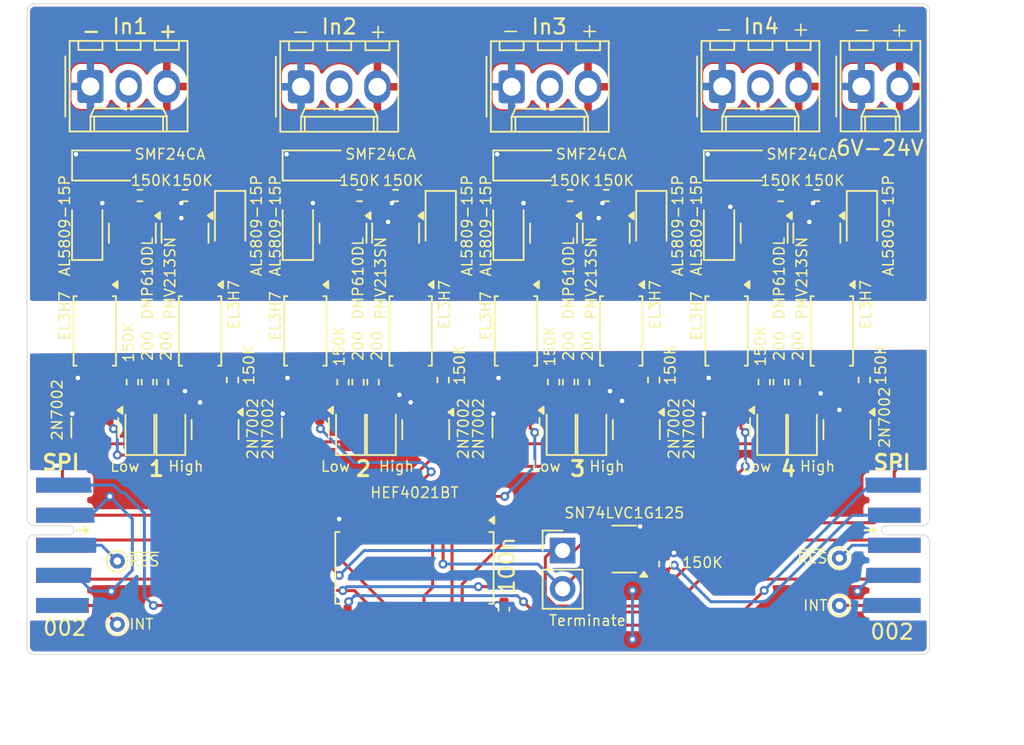
<source format=kicad_pcb>
(kicad_pcb (version 20241010) (generator "pcbnew") (generator_version "8.99")
  (layers (0 "F.Cu" signal) (2 "B.Cu" signal) (13 "F.Paste" user) (15 "B.Paste" user) (5 "F.SilkS" user "F.Silkscreen") (7 "B.SilkS" user "B.Silkscreen") (1 "F.Mask" user) (3 "B.Mask" user) (25 "Edge.Cuts" user))
  (net 0 "")
  (net 1 "GNDA")
  (net 2 "Net-(D3-A)")
  (net 3 "Net-(D3-K)")
  (net 4 "Net-(Q1-D)")
  (net 5 "VDDA")
  (net 6 "GND")
  (net 7 "+3V3")
  (net 8 "Net-(D2-K)")
  (net 9 "Net-(D5-K)")
  (net 10 "Net-(D5-A)")
  (net 11 "Net-(D6-K)")
  (net 12 "Net-(D6-A)")
  (net 13 "Net-(D8-K)")
  (net 14 "Net-(D8-A)")
  (net 15 "Net-(D9-K)")
  (net 16 "Net-(D9-A)")
  (net 17 "Net-(D11-A)")
  (net 18 "Net-(D11-K)")
  (net 19 "Net-(D12-A)")
  (net 20 "Net-(D12-K)")
  (net 21 "/4xInput/~{CS}")
  (net 22 "/4xInput/MOSI")
  (net 23 "/4xInput/CLK")
  (net 24 "Net-(D2-A)")
  (net 25 "Net-(Q5-D)")
  (net 26 "Net-(Q6-D)")
  (net 27 "Net-(Q9-D)")
  (net 28 "Net-(Q10-D)")
  (net 29 "Net-(Q13-D)")
  (net 30 "Net-(Q14-D)")
  (net 31 "Net-(Q2-D)")
  (net 32 "Net-(U1-A)")
  (net 33 "Net-(U5-VB)")
  (net 34 "Net-(U6-VA)")
  (net 35 "Net-(U11-A)")
  (net 36 "Net-(U10-VA)")
  (net 37 "Net-(U13-VB)")
  (net 38 "Net-(U14-VA)")
  (net 41 "Net-(U3-VA)")
  (net 42 "/upstream_miso")
  (net 43 "/downstream_mosi")
  (net 44 "/downstream_status")
  (net 45 "/4xInput/isolated_input/In")
  (net 46 "/4xInput/isolated_input1/In")
  (net 47 "/4xInput/isolated_input2/In")
  (net 48 "/4xInput/isolated_input3/In")
  (net 50 "/4xInput/isolated_input/OutLow")
  (net 51 "/4xInput/isolated_input/OutHigh")
  (net 52 "/4xInput/isolated_input1/OutHigh")
  (net 53 "/4xInput/isolated_input1/OutLow")
  (net 54 "/4xInput/isolated_input2/OutHigh")
  (net 55 "/4xInput/isolated_input2/OutLow")
  (net 56 "/4xInput/isolated_input3/OutHigh")
  (net 57 "/4xInput/isolated_input3/OutLow")
  (net 58 "Net-(J1-INT)")
  (net 59 "Net-(J1-~{RESET})")
  (net 60 "Net-(J2-INT)")
  (net 62 "Net-(J2-~{RESET})")
  (footprint "Diode_SMD:D_SOD-123F" (layer "F.Cu") (at 180.2 45.5)
    (property "Reference" "D10" (hide yes))
    (property "Value" "SMF24CA")
  )
  (footprint "Connector_PinHeader_2.54mm:PinHeader_1x02_P2.54mm_Vertical" (layer "F.Cu") (at 168.6 71.1)
    (property "Reference" "JP1" (hide yes))
    (property "Value" "Terminate")
  )
  (footprint "TestPoint:TestPoint_THTPad_D1.0mm_Drill0.5mm" (layer "F.Cu") (at 139 71.8)
    (property "Reference" "TP2" (hide yes))
    (property "Value" "~{RES}")
  )
  (footprint "Package_TO_SOT_SMD:SOT-23" (layer "F.Cu") (at 179.5 62.9375 -90)
    (property "Reference" "Q16" (hide yes))
    (property "Value" "2N7002")
  )
  (footprint "Resistor_SMD:R_0402_1005Metric_Pad0.72x0.64mm_HandSolder" (layer "F.Cu") (at 154 59.9025 -90)
    (property "Reference" "R10" (hide yes))
    (property "Value" "150K")
  )
  (footprint "Connector_Molex:Molex_KK-254_AE-6410-03A_1x03_P2.54mm_Vertical" (layer "F.Cu") (at 137.21 40.25)
    (property "Reference" "J3" (hide yes))
    (property "Value" "In1")
  )
  (footprint "put_on_edge:on_edge_2x05_host" (layer "F.Cu") (at 193 66.75 -90)
    (property "Reference" "J2" (hide yes))
    (property "Value" "002")
    (fp_line (start 3.3 2.9) (end 3.3 0.5) (stroke (width 0.05)) (layer "Edge.Cuts"))
    (fp_line (start 2.7 0.5) (end 2.7 2.9) (stroke (width 0.05)) (layer "Edge.Cuts"))
    (fp_line (start 0 0) (end 2.2 0) (stroke (width 0.05)) (layer "Edge.Cuts"))
    (fp_line (start 3.8 0) (end 8 0) (stroke (width 0.05)) (layer "Edge.Cuts"))
    (fp_arc (start 3.3 2.9) (mid 3 3.2) (end 2.7 2.9) (stroke (width 0.05)) (layer "Edge.Cuts"))
    (fp_arc (start 3.3 0.5) (mid 3.446447 0.146447) (end 3.8 0) (stroke (width 0.05)) (layer "Edge.Cuts"))
    (fp_arc (start 2.2 0) (mid 2.553553 0.146447) (end 2.7 0.5) (stroke (width 0.05)) (layer "Edge.Cuts"))
  )
  (footprint "Connector_Molex:Molex_KK-254_AE-6410-02A_1x02_P2.54mm_Vertical" (layer "F.Cu") (at 188.46 40.25)
    (property "Reference" "J7" (hide yes))
    (property "Value" "6V-24V")
  )
  (footprint "Package_TO_SOT_SMD:SOT-23" (layer "F.Cu") (at 154 50 -90)
    (property "Reference" "Q6" (hide yes))
    (property "Value" "DMP610DL")
  )
  (footprint "Resistor_SMD:R_0402_1005Metric_Pad0.72x0.64mm_HandSolder" (layer "F.Cu") (at 155 59.9025 -90)
    (property "Reference" "R12" (hide yes))
    (property "Value" "200")
  )
  (footprint "Diode_SMD:D_PowerDI-123" (layer "F.Cu") (at 165 49.475 90)
    (property "Reference" "U10" (hide yes))
    (property "Value" "AL5809-15P")
  )
  (footprint "Package_TO_SOT_SMD:SOT-23" (layer "F.Cu") (at 137.5 62.9375 -90)
    (property "Reference" "Q3" (hide yes))
    (property "Value" "2N7002")
  )
  (footprint "Package_SO:SSOP-4_4.4x2.6mm_P1.27mm" (layer "F.Cu") (at 151.5 56.5 -90)
    (property "Reference" "U8" (hide yes))
    (property "Value" "EL3H7")
  )
  (footprint "Package_TO_SOT_SMD:SOT-23" (layer "F.Cu") (at 185.5 50 -90)
    (property "Reference" "Q13" (hide yes))
    (property "Value" "PMV213SN")
  )
  (footprint "Diode_SMD:D_PowerDI-123" (layer "F.Cu") (at 160.5 49.5 -90)
    (property "Reference" "U5" (hide yes))
    (property "Value" "AL5809-15P")
  )
  (footprint "Package_SO:SSOP-4_4.4x2.6mm_P1.27mm" (layer "F.Cu") (at 186.5 56.5 -90)
    (property "Reference" "U15" (hide yes))
    (property "Value" "EL3H7")
  )
  (footprint "Diode_SMD:D_SOD-123F" (layer "F.Cu") (at 166.2 45.5)
    (property "Reference" "D7" (hide yes))
    (property "Value" "SMF24CA")
  )
  (footprint "Resistor_SMD:R_0402_1005Metric_Pad0.72x0.64mm_HandSolder" (layer "F.Cu") (at 140.5 47.5)
    (property "Reference" "R1" (hide yes))
    (property "Value" "150K")
  )
  (footprint "Resistor_SMD:R_0402_1005Metric_Pad0.72x0.64mm_HandSolder" (layer "F.Cu") (at 141 59.9025 -90)
    (property "Reference" "R6" (hide yes))
    (property "Value" "200")
  )
  (footprint "LED_SMD:LED_0805_2012Metric" (layer "F.Cu") (at 170.548217 63.065853 90)
    (property "Reference" "D8" (hide yes))
    (property "Value" "KT-0805G (emerald) Vf=2.8V" (hide yes))
  )
  (footprint "Package_TO_SOT_SMD:SOT-23" (layer "F.Cu") (at 151.5 62.9375 -90)
    (property "Reference" "Q8" (hide yes))
    (property "Value" "2N7002")
  )
  (footprint "Package_SO:SSOP-4_4.4x2.6mm_P1.27mm" (layer "F.Cu") (at 172.5 56.5 -90)
    (property "Reference" "U11" (hide yes))
    (property "Value" "EL3H7")
  )
  (footprint "Package_SO:SSOP-4_4.4x2.6mm_P1.27mm" (layer "F.Cu") (at 144.5 56.5 -90)
    (property "Reference" "U1" (hide yes))
    (property "Value" "EL3H7")
  )
  (footprint "LED_SMD:LED_0805_2012Metric" (layer "F.Cu") (at 182.5 63.0625 90)
    (property "Reference" "D12" (hide yes))
    (property "Value" "KT-0805Y (orange-red) Vf=2.0V" (hide yes))
  )
  (footprint "Resistor_SMD:R_0402_1005Metric_Pad0.72x0.64mm_HandSolder" (layer "F.Cu") (at 156 59.9025 -90)
    (property "Reference" "R11" (hide yes))
    (property "Value" "200")
  )
  (footprint "Resistor_SMD:R_0402_1005Metric_Pad0.72x0.64mm_HandSolder" (layer "F.Cu") (at 143.5 47.5 180)
    (property "Reference" "R2" (hide yes))
    (property "Value" "150K")
  )
  (footprint "TestPoint:TestPoint_THTPad_D1.0mm_Drill0.5mm" (layer "F.Cu") (at 139 76)
    (property "Reference" "TP1" (hide yes))
    (property "Value" "INT")
  )
  (footprint "TestPoint:TestPoint_THTPad_D1.0mm_Drill0.5mm" (layer "F.Cu") (at 187 74.75)
    (property "Reference" "TP3" (hide yes))
    (property "Value" "INT")
  )
  (footprint "Capacitor_SMD:C_0402_1005Metric" (layer "F.Cu") (at 164.7 75 90)
    (property "Reference" "C1" (hide yes))
    (property "Value" "100n")
  )
  (footprint "Resistor_SMD:R_0402_1005Metric_Pad0.72x0.64mm_HandSolder" (layer "F.Cu") (at 142 59.9025 -90)
    (property "Reference" "R5" (hide yes))
    (property "Value" "200")
  )
  (footprint "Package_SO:SOIC-16_4.55x10.3mm_P1.27mm" (layer "F.Cu") (at 158.75 72.25 -90)
    (property "Reference" "U17" (hide yes))
    (property "Value" "HEF4021BT")
  )
  (footprint "Package_SO:SSOP-4_4.4x2.6mm_P1.27mm" (layer "F.Cu") (at 179.5 56.5 -90)
    (property "Reference" "U16" (hide yes))
    (property "Value" "EL3H7")
  )
  (footprint "Connector_Molex:Molex_KK-254_AE-6410-03A_1x03_P2.54mm_Vertical" (layer "F.Cu") (at 179.21 40.25)
    (property "Reference" "J6" (hide yes))
    (property "Value" "In4")
  )
  (footprint "LED_SMD:LED_0805_2012Metric" (layer "F.Cu") (at 140.5 63.0625 90)
    (property "Reference" "D2" (hide yes))
    (property "Value" "KT-0805Y (orange-red) Vf=2.0V")
  )
  (footprint "Resistor_SMD:R_0402_1005Metric_Pad0.72x0.64mm_HandSolder" (layer "F.Cu") (at 183.1 47.5)
    (property "Reference" "R19" (hide yes))
    (property "Value" "150K")
  )
  (footprint "Resistor_SMD:R_0402_1005Metric_Pad0.72x0.64mm_HandSolder" (layer "F.Cu") (at 160.657266 59.762111 -90)
    (property "Reference" "R9" (hide yes))
    (property "Value" "150K")
  )
  (footprint "Package_SO:SSOP-4_4.4x2.6mm_P1.27mm" (layer "F.Cu") (at 158.5 56.5 -90)
    (property "Reference" "U7" (hide yes))
    (property "Value" "EL3H7")
  )
  (footprint "Resistor_SMD:R_0402_1005Metric_Pad0.72x0.64mm_HandSolder" (layer "F.Cu") (at 183 59.9025 -90)
    (property "Reference" "R24" (hide yes))
    (property "Value" "200")
  )
  (footprint "Package_SO:SSOP-4_4.4x2.6mm_P1.27mm" (layer "F.Cu") (at 165.5 56.5 -90)
    (property "Reference" "U12" (hide yes))
    (property "Value" "EL3H7")
  )
  (footprint "TestPoint:TestPoint_THTPad_D1.0mm_Drill0.5mm" (layer "F.Cu") (at 187 71.6)
    (property "Reference" "TP4" (hide yes))
    (property "Value" "~{RES}")
  )
  (footprint "LED_SMD:LED_0805_2012Metric" (layer "F.Cu") (at 156.552579 63.0625 90)
    (property "Reference" "D5" (hide yes))
    (property "Value" "KT-0805G (emerald) Vf=2.8V" (hide yes))
  )
  (footprint "LED_SMD:LED_0805_2012Metric" (layer "F.Cu") (at 154.5 63.0625 90)
    (property "Reference" "D6" (hide yes))
    (property "Value" "KT-0805Y (orange-red) Vf=2.0V" (hide yes))
  )
  (footprint "Resistor_SMD:R_0402_1005Metric_Pad0.72x0.64mm_HandSolder" (layer "F.Cu") (at 169 59.9025 -90)
    (property "Reference" "R18" (hide yes))
    (property "Value" "200")
  )
  (footprint "put_on_edge:on_edge_2x05_device" (layer "F.Cu") (at 133 66.75 -90)
    (property "Reference" "J1" (hide yes))
    (property "Value" "002")
    (fp_line (start 0 0) (end 2.2 0) (stroke (width 0.05)) (layer "Edge.Cuts"))
    (fp_line (start 3.8 0) (end 8 0) (stroke (width 0.05)) (layer "Edge.Cuts"))
    (fp_line (start 3.3 -0.5) (end 3.3 -2.8) (stroke (width 0.05)) (layer "Edge.Cuts"))
    (fp_line (start 2.7 -2.8) (end 2.7 -0.5) (stroke (width 0.05)) (layer "Edge.Cuts"))
    (fp_arc (start 3.8 0) (mid 3.446447 -0.146447) (end 3.3 -0.5) (stroke (width 0.05)) (layer "Edge.Cuts"))
    (fp_arc (start 2.7 -0.5) (mid 2.553553 -0.146447) (end 2.2 0) (stroke (width 0.05)) (layer "Edge.Cuts"))
    (fp_arc (start 2.7 -2.8) (mid 3 -3.1) (end 3.3 -2.8) (stroke (width 0.05)) (layer "Edge.Cuts"))
  )
  (footprint "Resistor_SMD:R_0402_1005Metric_Pad0.72x0.64mm_HandSolder" (layer "F.Cu") (at 171.5 47.5 180)
    (property "Reference" "R14" (hide yes))
    (property "Value" "150K")
  )
  (footprint "Package_TO_SOT_SMD:SOT-23" (layer "F.Cu") (at 159.5 63.0625 -90)
    (property "Reference" "Q7" (hide yes))
    (property "Value" "2N7002")
  )
  (footprint "Package_TO_SOT_SMD:SOT-23" (layer "F.Cu") (at 145.5 63.0625 -90)
    (property "Reference" "Q4" (hide yes))
    (property "Value" "2N7002")
  )
  (footprint "Connector_Molex:Molex_KK-254_AE-6410-03A_1x03_P2.54mm_Vertical" (layer "F.Cu") (at 151.21 40.27)
    (property "Reference" "J4" (hide yes))
    (property "Value" "In2")
  )
  (footprint "Diode_SMD:D_SOD-123F" (layer "F.Cu") (at 152.2 45.5)
    (property "Reference" "D4" (hide yes))
    (property "Value" "SMF24CA")
  )
  (footprint "Resistor_SMD:R_0402_1005Metric_Pad0.72x0.64mm_HandSolder" (layer "F.Cu") (at 146.657266 59.762111 -90)
    (property "Reference" "R3" (hide yes))
    (property "Value" "150K")
  )
  (footprint "Connector_Molex:Molex_KK-254_AE-6410-03A_1x03_P2.54mm_Vertical" (layer "F.Cu") (at 165.21 40.27)
    (property "Reference" "J5" (hide yes))
    (property "Value" "In3")
  )
  (footprint "Diode_SMD:D_PowerDI-123" (layer "F.Cu") (at 179 49.475 90)
    (property "Reference" "U14" (hide yes))
    (property "Value" "AL5809-15P")
  )
  (footprint "Resistor_SMD:R_0402_1005Metric_Pad0.72x0.64mm_HandSolder" (layer "F.Cu") (at 174.657266 59.762111 -90)
    (property "Reference" "R15" (hide yes))
    (property "Value" "150K")
  )
  (footprint "Package_TO_SOT_SMD:SOT-23" (layer "F.Cu") (at 182 50 -90)
    (property "Reference" "Q14" (hide yes))
    (property "Value" "DMP610DL")
  )
  (footprint "Resistor_SMD:R_0402_1005Metric_Pad0.72x0.64mm_HandSolder" (layer "F.Cu") (at 169.1 47.5)
    (property "Reference" "R13" (hide yes))
    (property "Value" "150K")
  )
  (footprint "Resistor_SMD:R_0402_1005Metric_Pad0.72x0.64mm_HandSolder" (layer "F.Cu") (at 185.5 47.5 180)
    (property "Reference" "R20" (hide yes))
    (property "Value" "150K")
  )
  (footprint "LED_SMD:LED_0805_2012Metric" (layer "F.Cu") (at 142.559528 63.0625 90)
    (property "Reference" "D3" (hide yes))
    (property "Value" "KT-0805G (emerald) Vf=2.8V")
  )
  (footprint "Diode_SMD:D_SOD-123F" (layer "F.Cu") (at 138.2 45.5)
    (property "Reference" "D1" (hide yes))
    (property "Value" "SMF24CA")
  )
  (footprint "Package_TO_SOT_SMD:SOT-23" (layer "F.Cu") (at 173.5 63.0625 -90)
    (property "Reference" "Q11" (hide yes))
    (property "Value" "2N7002")
  )
  (footprint "Package_TO_SOT_SMD:SOT-23" (layer "F.Cu") (at 171.5 50 -90)
    (property "Reference" "Q9" (hide yes))
    (property "Value" "PMV213SN")
  )
  (footprint "Diode_SMD:D_PowerDI-123" (layer "F.Cu") (at 174.5 49.5 -90)
    (property "Reference" "U9" (hide yes))
    (property "Value" "AL5809-15P")
  )
  (footprint "LED_SMD:LED_0805_2012Metric" (layer "F.Cu") (at 184.544206 63.068815 90)
    (property "Reference" "D11" (hide yes))
    (property "Value" "KT-0805G (emerald) Vf=2.8V" (hide yes))
  )
  (footprint "Diode_SMD:D_PowerDI-123" (layer "F.Cu") (at 137 49.475 90)
    (property "Reference" "U3" (hide yes))
    (property "Value" "AL5809-15P")
  )
  (footprint "Package_TO_SOT_SMD:SOT-23" (layer "F.Cu") (at 168 50 -90)
    (property "Reference" "Q10" (hide yes))
    (property "Value" "DMP610DL")
  )
  (footprint "Diode_SMD:D_PowerDI-123" (layer "F.Cu") (at 151 49.475 90)
    (property "Reference" "U6" (hide yes))
    (property "Value" "AL5809-15P")
  )
  (footprint "Resistor_SMD:R_0402_1005Metric_Pad0.72x0.64mm_HandSolder" (layer "F.Cu") (at 170 59.9025 -90)
    (property "Reference" "R17" (hide yes))
    (property "Value" "200")
  )
  (footprint "Package_TO_SOT_SMD:SOT-23" (layer "F.Cu") (at 165.5 62.9375 -90)
    (property "Reference" "Q12" (hide yes))
    (property "Value" "2N7002")
  )
  (footprint "Resistor_SMD:R_0402_1005Metric_Pad0.72x0.64mm_HandSolder" (layer "F.Cu") (at 184 59.9025 -90)
    (property "Reference" "R23" (hide yes))
    (property "Value" "200")
  )
  (footprint "Resistor_SMD:R_0402_1005Metric_Pad0.72x0.64mm_HandSolder" (layer "F.Cu") (at 168 59.9025 -90)
    (property "Reference" "R16" (hide yes))
    (property "Value" "150K")
  )
  (footprint "Resistor_SMD:R_0402_1005Metric_Pad0.72x0.64mm_HandSolder" (layer "F.Cu") (at 175.4 72 90)
    (property "Reference" "R25" (hide yes))
    (property "Value" "150K")
  )
  (footprint "Package_TO_SOT_SMD:SOT-23" (layer "F.Cu") (at 157.5 50 -90)
    (property "Reference" "Q5" (hide yes))
    (property "Value" "PMV213SN")
  )
  (footprint "Resistor_SMD:R_0402_1005Metric_Pad0.72x0.64mm_HandSolder" (layer "F.Cu") (at 188.657266 59.762111 -90)
    (property "Reference" "R21" (hide yes))
    (property "Value" "150K")
  )
  (footprint "Resistor_SMD:R_0402_1005Metric_Pad0.72x0.64mm_HandSolder" (layer "F.Cu") (at 157.5 47.5 180)
    (property "Reference" "R8" (hide yes))
    (property "Value" "150K")
  )
  (footprint "Resistor_SMD:R_0402_1005Metric_Pad0.72x0.64mm_HandSolder" (layer "F.Cu") (at 140 59.9025 -90)
    (property "Reference" "R4" (hide yes))
    (property "Value" "150K")
  )
  (footprint "Diode_SMD:D_PowerDI-123" (layer "F.Cu") (at 188.5 49.5 -90)
    (property "Reference" "U13" (hide yes))
    (property "Value" "AL5809-15P")
  )
  (footprint "Package_TO_SOT_SMD:SOT-23" (layer "F.Cu") (at 140 50 -90)
    (property "Reference" "Q2" (hide yes))
    (property "Value" "DMP610DL")
  )
  (footprint "Package_TO_SOT_SMD:SOT-23" (layer "F.Cu") (at 143.5 50 -90)
    (property "Reference" "Q1" (hide yes))
    (property "Value" "PMV213SN")
  )
  (footprint "Package_TO_SOT_SMD:SOT-23-5" (layer "F.Cu") (at 172.7 71 180)
    (property "Reference" "U18" (hide yes))
    (property "Value" "SN74LVC1G125")
  )
  (footprint "LED_SMD:LED_0805_2012Metric" (layer "F.Cu") (at 168.5 63.0625 90)
    (property "Reference" "D9" (hide yes))
    (property "Value" "KT-0805Y (orange-red) Vf=2.0V" (hide yes))
  )
  (footprint "Diode_SMD:D_PowerDI-123" (layer "F.Cu") (at 146.5 49.5 -90)
    (property "Reference" "U2" (hide yes))
    (property "Value" "AL5809-15P")
  )
  (footprint "Resistor_SMD:R_0402_1005Metric_Pad0.72x0.64mm_HandSolder" (layer "F.Cu") (at 155.1 47.5)
    (property "Reference" "R7" (hide yes))
    (property "Value" "150K")
  )
  (footprint "Resistor_SMD:R_0402_1005Metric_Pad0.72x0.64mm_HandSolder" (layer "F.Cu") (at 182 59.9025 -90)
    (property "Reference" "R22" (hide yes))
    (property "Value" "150K")
  )
  (footprint "Package_SO:SSOP-4_4.4x2.6mm_P1.27mm" (layer "F.Cu") (at 137.5 56.5 -90)
    (property "Reference" "U4" (hide yes))
    (property "Value" "EL3H7")
  )
  (footprint "Package_TO_SOT_SMD:SOT-23" (layer "F.Cu") (at 187.5 63.0625 -90)
    (property "Reference" "Q15" (hide yes))
    (property "Value" "2N7002")
  )
  (gr_line (start 192.5 78) (end 133.5 78) (stroke (width 0.05)) (layer "Edge.Cuts"))
  (gr_line (start 133.5 34.75) (end 192.5 34.75) (stroke (width 0.05)) (layer "Edge.Cuts"))
  (gr_line (start 193 74.75) (end 193 77.5) (stroke (width 0.05)) (layer "Edge.Cuts"))
  (gr_line (start 133 77.5) (end 133 74.75) (stroke (width 0.05)) (layer "Edge.Cuts"))
  (gr_line (start 193 35.25) (end 193 66.75) (stroke (width 0.05)) (layer "Edge.Cuts"))
  (gr_arc (start 192.5 34.75) (mid 192.853553 34.896447) (end 193 35.25) (stroke (width 0.05)) (layer "Edge.Cuts"))
  (gr_arc (start 193 77.5) (mid 192.853553 77.853553) (end 192.5 78) (stroke (width 0.05)) (layer "Edge.Cuts"))
  (gr_line (start 133 66.75) (end 133 35.25) (stroke (width 0.05)) (layer "Edge.Cuts"))
  (gr_arc (start 133 35.25) (mid 133.146447 34.896447) (end 133.5 34.75) (stroke (width 0.05)) (layer "Edge.Cuts"))
  (gr_arc (start 133.5 78) (mid 133.146447 77.853553) (end 133 77.5) (stroke (width 0.05)) (layer "Edge.Cuts"))
  (gr_text "1" (at 141 66.25 0) (layer "F.SilkS") (effects (font (size 1 1) (thickness 0.2) (bold yes)) (justify left bottom)))
  (gr_text "+" (at 155.65 37.15 0) (layer "F.SilkS") (effects (font (size 1 1) (thickness 0.1)) (justify left bottom)))
  (gr_text "2" (at 154.75 66.25 0) (layer "F.SilkS") (effects (font (size 1 1) (thickness 0.2) (bold yes)) (justify left bottom)))
  (gr_text "-" (at 178.66 37 0) (layer "F.SilkS") (effects (font (size 1 1) (thickness 0.1)) (justify left bottom)))
  (gr_text "+" (at 169.71 37.1 0) (layer "F.SilkS") (effects (font (size 1 1) (thickness 0.1)) (justify left bottom)))
  (gr_text "-" (at 187.8 37.04 0) (layer "F.SilkS") (effects (font (size 1 1) (thickness 0.1)) (justify left bottom)))
  (gr_text "-" (at 164.46 37.1 0) (layer "F.SilkS") (effects (font (size 1 1) (thickness 0.1)) (justify left bottom)))
  (gr_text "3" (at 169 66.25 0) (layer "F.SilkS") (effects (font (size 1 1) (thickness 0.2) (bold yes)) (justify left bottom)))
  (gr_text "+" (at 141.65 37.13 0) (layer "F.SilkS") (effects (font (size 1 1)) (justify left bottom)))
  (gr_text "-" (at 136.55 37.13 0) (layer "F.SilkS") (effects (font (size 1 1)) (justify left bottom)))
  (gr_text "+" (at 190.3 37.04 0) (layer "F.SilkS") (effects (font (size 1 1) (thickness 0.1)) (justify left bottom)))
  (gr_text "-" (at 150.5 37.15 0) (layer "F.SilkS") (effects (font (size 1 1) (thickness 0.1)) (justify left bottom)))
  (gr_text "+" (at 183.75 37 0) (layer "F.SilkS") (effects (font (size 1 1) (thickness 0.1)) (justify left bottom)))
  (gr_text "4" (at 183 66.25 0) (layer "F.SilkS") (effects (font (size 1 1) (thickness 0.2) (bold yes)) (justify left bottom)))
  (segment (start 136.8 45.3) (end 136.8 45.5) (width 0.6) (layer "F.Cu") (net 1))
  (segment (start 138 48) (end 137.05 48) (width 0.6) (layer "F.Cu") (net 1))
  (segment (start 165.95 47.95) (end 166 48) (width 0.6) (layer "F.Cu") (net 1))
  (segment (start 164.8 45.3) (end 164.8 45.5) (width 0.6) (layer "F.Cu") (net 1))
  (segment (start 151.95 47.95) (end 151 47.95) (width 0.6) (layer "F.Cu") (net 1))
  (segment (start 152 48) (end 151.95 47.95) (width 0.6) (layer "F.Cu") (net 1))
  (segment (start 184.9025 47.6525) (end 185.25 48) (width 0.6) (layer "F.Cu") (net 1))
  (segment (start 142.9025 47.5) (end 142.9025 47.6525) (width 0.2) (layer "F.Cu") (net 1))
  (segment (start 164.25 44.75) (end 164.8 45.3) (width 0.6) (layer "F.Cu") (net 1))
  (segment (start 170.9375 49.0625) (end 171 49) (width 0.6) (layer "F.Cu") (net 1))
  (segment (start 156.8125 49.0625) (end 157 49.25) (width 0.6) (layer "F.Cu") (net 1))
  (segment (start 170.55 49.0625) (end 170.9375 49.0625) (width 0.6) (layer "F.Cu") (net 1))
  (segment (start 170.9025 47.5) (end 170.9025 47.6525) (width 0.6) (layer "F.Cu") (net 1))
  (segment (start 178.8 45.5) (end 178.8 45.3) (width 0.6) (layer "F.Cu") (net 1))
  (segment (start 184.55 49.0625) (end 184.8125 49.0625) (width 0.6) (layer "F.Cu") (net 1))
  (segment (start 150.8 45.3) (end 150.25 44.75) (width 0.6) (layer "F.Cu") (net 1))
  (segment (start 150.8 45.5) (end 150.8 45.3) (width 0.6) (layer "F.Cu") (net 1))
  (segment (start 156.55 49.0625) (end 156.8125 49.0625) (width 0.6) (layer "F.Cu") (net 1))
  (segment (start 165 47.95) (end 165.95 47.95) (width 0.6) (layer "F.Cu") (net 1))
  (segment (start 143.25 48) (end 143.25 47.8475) (width 0.6) (layer "F.Cu") (net 1))
  (segment (start 179 47.95) (end 179.45 47.95) (width 0.6) (layer "F.Cu") (net 1))
  (segment (start 184.8125 49.0625) (end 185 49.25) (width 0.6) (layer "F.Cu") (net 1))
  (segment (start 143.25 47.8475) (end 142.9025 47.5) (width 0.6) (layer "F.Cu") (net 1))
  (segment (start 137.05 48) (end 137 47.95) (width 0.6) (layer "F.Cu") (net 1))
  (segment (start 179.45 47.95) (end 179.75 48.25) (width 0.6) (layer "F.Cu") (net 1))
  (segment (start 142.6125 49) (end 142.55 49.0625) (width 0.6) (layer "F.Cu") (net 1))
  (segment (start 156.9025 47.5) (end 156.9025 47.6525) (width 0.6) (layer "F.Cu") (net 1))
  (segment (start 178.8 45.3) (end 178.25 44.75) (width 0.6) (layer "F.Cu") (net 1))
  (segment (start 156.9025 47.6525) (end 157.25 48) (width 0.6) (layer "F.Cu") (net 1))
  (segment (start 143.25 49) (end 142.6125 49) (width 0.6) (layer "F.Cu") (net 1))
  (segment (start 184.9025 47.5) (end 184.9025 47.6525) (width 0.6) (layer "F.Cu") (net 1))
  (segment (start 136.25 44.75) (end 136.8 45.3) (width 0.6) (layer "F.Cu") (net 1))
  (segment (start 170.9025 47.6525) (end 171.25 48) (width 0.6) (layer "F.Cu") (net 1))
  (via (at 171 49) (size 0.6) (drill 0.3) (layers "F.Cu" "B.Cu") (net 1))
  (via (at 178.25 44.75) (size 0.6) (drill 0.3) (layers "F.Cu" "B.Cu") (net 1))
  (via (at 136.25 44.75) (size 0.6) (drill 0.3) (layers "F.Cu" "B.Cu") (net 1))
  (via (at 179.75 48.25) (size 0.6) (drill 0.3) (layers "F.Cu" "B.Cu") (net 1))
  (via (at 185 49.25) (size 0.6) (drill 0.3) (layers "F.Cu" "B.Cu") (net 1))
  (via (at 157.25 48) (size 0.6) (drill 0.3) (layers "F.Cu" "B.Cu") (net 1))
  (via (at 157 49.25) (size 0.6) (drill 0.3) (layers "F.Cu" "B.Cu") (net 1))
  (via (at 152 48) (size 0.6) (drill 0.3) (layers "F.Cu" "B.Cu") (net 1))
  (via (at 143.25 48) (size 0.6) (drill 0.3) (layers "F.Cu" "B.Cu") (net 1))
  (via (at 138 48) (size 0.6) (drill 0.3) (layers "F.Cu" "B.Cu") (net 1))
  (via (at 150.25 44.75) (size 0.6) (drill 0.3) (layers "F.Cu" "B.Cu") (net 1))
  (via (at 171.25 48) (size 0.6) (drill 0.3) (layers "F.Cu" "B.Cu") (net 1))
  (via (at 164.25 44.75) (size 0.6) (drill 0.3) (layers "F.Cu" "B.Cu") (net 1))
  (via (at 166 48) (size 0.6) (drill 0.3) (layers "F.Cu" "B.Cu") (net 1))
  (via (at 185.25 48) (size 0.6) (drill 0.3) (layers "F.Cu" "B.Cu") (net 1))
  (via (at 143.25 49) (size 0.6) (drill 0.3) (layers "F.Cu" "B.Cu") (net 1))
  (segment (start 142.5 62.125) (end 142 61.625) (width 0.2) (layer "F.Cu") (net 2))
  (segment (start 142 61.625) (end 142 60.5) (width 0.2) (layer "F.Cu") (net 2))
  (segment (start 145.5 64) (end 142.5 64) (width 0.2) (layer "F.Cu") (net 3))
  (segment (start 143.5 50.9375) (end 143.5 52) (width 0.6) (layer "F.Cu") (net 4))
  (segment (start 143.865 52.365) (end 143.865 53.375) (width 0.6) (layer "F.Cu") (net 4))
  (segment (start 143.5 52) (end 143.865 52.365) (width 0.6) (layer "F.Cu") (net 4))
  (segment (start 139.9025 47.5) (end 139.9025 48.0975) (width 0.6) (layer "F.Cu") (net 5))
  (segment (start 153.05 48.9525) (end 154.5025 47.5) (width 0.6) (layer "F.Cu") (net 5))
  (segment (start 153.05 49.0625) (end 153.05 48.9525) (width 0.6) (layer "F.Cu") (net 5))
  (segment (start 181.05 49.0625) (end 181.05 48.9525) (width 0.6) (layer "F.Cu") (net 5))
  (segment (start 167.05 48.9525) (end 168.5025 47.5) (width 0.6) (layer "F.Cu") (net 5))
  (segment (start 139.9025 48.0975) (end 139.05 48.95) (width 0.6) (layer "F.Cu") (net 5))
  (segment (start 167.05 49.0625) (end 167.05 48.9525) (width 0.6) (layer "F.Cu") (net 5))
  (segment (start 181.05 48.9525) (end 182.5025 47.5) (width 0.6) (layer "F.Cu") (net 5))
  (segment (start 139.05 48.95) (end 139.05 49.0625) (width 0.6) (layer "F.Cu") (net 5))
  (segment (start 172.55 61.151822) (end 172.549999 61.151821) (width 0.2) (layer "F.Cu") (net 6))
  (segment (start 135.35 66.75) (end 135.35 65.8) (width 0.2) (layer "F.Cu") (net 6))
  (segment (start 185.865 59.625) (end 185.865 60.530887) (width 0.2) (layer "F.Cu") (net 6))
  (segment (start 172.55 62.125) (end 172.55 61.151822) (width 0.2) (layer "F.Cu") (net 6))
  (segment (start 150.314375 59.625) (end 150.313125 59.62625) (width 0.2) (layer "F.Cu") (net 6))
  (segment (start 144.55 62.125) (end 144.55 61.3) (width 0.2) (layer "F.Cu") (net 6))
  (segment (start 190.65 65.85) (end 191 65.5) (width 0.2) (layer "F.Cu") (net 6))
  (segment (start 164.48 74.52) (end 164.25 74.75) (width 0.2) (layer "F.Cu") (net 6))
  (segment (start 191 65.5) (end 191 65.45) (width 0.2) (layer "F.Cu") (net 6))
  (segment (start 157.75 59.74) (end 157.865 59.625) (width 0.2) (layer "F.Cu") (net 6))
  (segment (start 175.5525 71.25) (end 175.4 71.4025) (width 0.2) (layer "F.Cu") (net 6))
  (segment (start 190.65 66.75) (end 190.65 65.85) (width 0.2) (layer "F.Cu") (net 6))
  (segment (start 164.865 59.625) (end 164.341991 59.625) (width 0.2) (layer "F.Cu") (net 6))
  (segment (start 173.8375 69.5875) (end 173.75 69.5) (width 0.2) (layer "F.Cu") (net 6))
  (segment (start 136.55 62) (end 136 62) (width 0.2) (layer "F.Cu") (net 6))
  (segment (start 158.55 61.3) (end 158.5 61.25) (width 0.2) (layer "F.Cu") (net 6))
  (segment (start 143.865 60.135) (end 143.865 59.625) (width 0.2) (layer "F.Cu") (net 6))
  (segment (start 143.5 60.5) (end 143.865 60.135) (width 0.2) (layer "F.Cu") (net 6))
  (segment (start 178.865 59.625) (end 178.312219 59.625) (width 0.2) (layer "F.Cu") (net 6))
  (segment (start 171.865 59.625) (end 171.865 60.385) (width 0.2) (layer "F.Cu") (net 6))
  (segment (start 173.8375 70.05) (end 173.8375 69.5875) (width 0.2) (layer "F.Cu") (net 6))
  (segment (start 172.55 61.55) (end 172.5 61.5) (width 0.2) (layer "F.Cu") (net 6))
  (segment (start 186.55 62.125) (end 186.625 62.125) (width 0.2) (layer "F.Cu") (net 6))
  (segment (start 185.865 60.530887) (end 185.75 60.645887) (width 0.2) (layer "F.Cu") (net 6))
  (segment (start 150.55 62) (end 150 62) (width 0.2) (layer "F.Cu") (net 6))
  (segment (start 176 71.25) (end 175.5525 71.25) (width 0.2) (layer "F.Cu") (net 6))
  (segment (start 164.7 74.52) (end 164.48 74.52) (width 0.2) (layer "F.Cu") (net 6))
  (segment (start 136.375 59.625) (end 136.865 59.625) (width 0.2) (layer "F.Cu") (net 6))
  (segment (start 171.865 60.385) (end 171.75 60.5) (width 0.2) (layer "F.Cu") (net 6))
  (segment (start 164.55 62) (end 164 62) (width 0.2) (layer "F.Cu") (net 6))
  (segment (start 135.35 65.8) (end 135 65.45) (width 0.2) (layer "F.Cu") (net 6))
  (segment (start 150.865 59.625) (end 150.314375 59.625) (width 0.2) (layer "F.Cu") (net 6))
  (segment (start 186.625 62.125) (end 187 61.75) (width 0.2) (layer "F.Cu") (net 6))
  (segment (start 178.55 62) (end 178 62) (width 0.2) (layer "F.Cu") (net 6))
  (segment (start 158.55 62.125) (end 158.55 61.3) (width 0.2) (layer "F.Cu") (net 6))
  (segment (start 178.312219 59.625) (end 178.311645 59.625574) (width 0.2) (layer "F.Cu") (net 6))
  (segment (start 157.75 60.75) (end 157.75 59.74) (width 0.2) (layer "F.Cu") (net 6))
  (segment (start 164.341991 59.625) (end 164.338769 59.628222) (width 0.2) (layer "F.Cu") (net 6))
  (segment (start 144.55 61.3) (end 144.5 61.25) (width 0.2) (layer "F.Cu") (net 6))
  (segment (start 154.305 69) (end 153.75 69) (width 0.5) (layer "F.Cu") (net 6))
  (via (at 173.75 69.5) (size 0.6) (drill 0.3) (layers "F.Cu" "B.Cu") (net 6))
  (via (at 178 62) (size 0.6) (drill 0.3) (layers "F.Cu" "B.Cu") (net 6))
  (via (at 136 62) (size 0.6) (drill 0.3) (layers "F.Cu" "B.Cu") (net 6))
  (via (at 135 65.45) (size 0.6) (drill 0.3) (layers "F.Cu" "B.Cu") (net 6))
  (via (at 191 65.45) (size 0.6) (drill 0.3) (layers "F.Cu" "B.Cu") (net 6))
  (via (at 150.313125 59.62625) (size 0.6) (drill 0.3) (layers "F.Cu" "B.Cu") (net 6))
  (via (at 164 62) (size 0.6) (drill 0.3) (layers "F.Cu" "B.Cu") (net 6))
  (via (at 158.5 61.25) (size 0.6) (drill 0.3) (layers "F.Cu" "B.Cu") (net 6))
  (via (at 172.549999 61.151821) (size 0.6) (drill 0.3) (layers "F.Cu" "B.Cu") (net 6))
  (via (at 178.311645 59.625574) (size 0.6) (drill 0.3) (layers "F.Cu" "B.Cu") (net 6))
  (via (at 143.5 60.5) (size 0.6) (drill 0.3) (layers "F.Cu" "B.Cu") (net 6))
  (via (at 157.75 60.75) (size 0.6) (drill 0.3) (layers "F.Cu" "B.Cu") (net 6))
  (via (at 153.75 69) (size 0.6) (drill 0.3) (layers "F.Cu" "B.Cu") (net 6))
  (via (at 171.75 60.5) (size 0.6) (drill 0.3) (layers "F.Cu" "B.Cu") (net 6))
  (via (at 185.75 60.645887) (size 0.6) (drill 0.3) (layers "F.Cu" "B.Cu") (net 6))
  (via (at 164.25 74.75) (size 0.6) (drill 0.3) (layers "F.Cu" "B.Cu") (net 6))
  (via (at 150 62) (size 0.6) (drill 0.3) (layers "F.Cu" "B.Cu") (net 6))
  (via (at 164.338769 59.628222) (size 0.6) (drill 0.3) (layers "F.Cu" "B.Cu") (net 6))
  (via (at 144.5 61.25) (size 0.6) (drill 0.3) (layers "F.Cu" "B.Cu") (net 6))
  (via (at 136.375 59.625) (size 0.6) (drill 0.3) (layers "F.Cu" "B.Cu") (net 6))
  (via (at 176 71.25) (size 0.6) (drill 0.3) (layers "F.Cu" "B.Cu") (net 6))
  (via (at 187 61.75) (size 0.6) (drill 0.3) (layers "F.Cu" "B.Cu") (net 6))
  (segment (start 163.195 75.5) (end 164.68 75.5) (width 0.5) (layer "F.Cu") (net 7))
  (segment (start 164.68 75.5) (end 164.7 75.48) (width 0.2) (layer "F.Cu") (net 7))
  (via (at 138.6 73.8) (size 0.6) (drill 0.3) (layers "F.Cu" "B.Cu") (net 7))
  (via (at 138.5 67.5) (size 0.6) (drill 0.3) (layers "F.Cu" "B.Cu") (net 7))
  (via (at 173.25 73.75) (size 0.6) (drill 0.3) (layers "F.Cu" "B.Cu") (net 7))
  (via (at 188.2 73.8) (size 0.6) (drill 0.3) (layers "F.Cu" "B.Cu") (net 7))
  (via (at 173.25 77) (size 0.6) (drill 0.3) (layers "F.Cu" "B.Cu") (net 7))
  (segment (start 140 72.4) (end 140 69) (width 0.2) (layer "B.Cu") (net 7))
  (segment (start 136.25 72.75) (end 135.4 72.75) (width 0.2) (layer "B.Cu") (net 7))
  (segment (start 140 69) (end 138.5 67.5) (width 0.2) (layer "B.Cu") (net 7))
  (segment (start 138.6 73.8) (end 137.3 73.8) (width 0.2) (layer "B.Cu") (net 7))
  (segment (start 138.5 67.5) (end 137.25 68.75) (width 0.2) (layer "B.Cu") (net 7))
  (segment (start 137.3 73.8) (end 136.25 72.75) (width 0.2) (layer "B.Cu") (net 7))
  (segment (start 189.25 72.75) (end 188.2 73.8) (width 0.2) (layer "B.Cu") (net 7))
  (segment (start 137.25 68.75) (end 135.1 68.75) (width 0.2) (layer "B.Cu") (net 7))
  (segment (start 173.25 77) (end 173.25 73.75) (width 0.2) (layer "B.Cu") (net 7))
  (segment (start 138.6 73.8) (end 140 72.4) (width 0.2) (layer "B.Cu") (net 7))
  (segment (start 190.6 72.75) (end 189.25 72.75) (width 0.2) (layer "B.Cu") (net 7))
  (segment (start 137.625 64) (end 137.5 63.875) (width 0.2) (layer "F.Cu") (net 8))
  (segment (start 140.5 64) (end 137.625 64) (width 0.2) (layer "F.Cu") (net 8))
  (segment (start 156.5 64) (end 159.5 64) (width 0.2) (layer "F.Cu") (net 9))
  (segment (start 156.5 62.125) (end 156 61.625) (width 0.2) (layer "F.Cu") (net 10))
  (segment (start 156 61.625) (end 156 60.5) (width 0.2) (layer "F.Cu") (net 10))
  (segment (start 154.375 63.875) (end 154.5 64) (width 0.2) (layer "F.Cu") (net 11))
  (segment (start 151.5 63.875) (end 154.375 63.875) (width 0.2) (layer "F.Cu") (net 11))
  (segment (start 155 61.625) (end 154.5 62.125) (width 0.2) (layer "F.Cu") (net 12))
  (segment (start 155 60.5) (end 155 61.625) (width 0.2) (layer "F.Cu") (net 12))
  (segment (start 173.5 64) (end 170.5 64) (width 0.2) (layer "F.Cu") (net 13))
  (segment (start 170 61.625) (end 170.5 62.125) (width 0.2) (layer "F.Cu") (net 14))
  (segment (start 170 60.5) (end 170 61.625) (width 0.2) (layer "F.Cu") (net 14))
  (segment (start 165.625 64) (end 165.5 63.875) (width 0.2) (layer "F.Cu") (net 15))
  (segment (start 168.5 64) (end 165.625 64) (width 0.2) (layer "F.Cu") (net 15))
  (segment (start 169 61.625) (end 168.5 62.125) (width 0.2) (layer "F.Cu") (net 16))
  (segment (start 169 60.5) (end 169 61.625) (width 0.2) (layer "F.Cu") (net 16))
  (segment (start 184 60.5) (end 184 61.625) (width 0.2) (layer "F.Cu") (net 17))
  (segment (start 184 61.625) (end 184.5 62.125) (width 0.2) (layer "F.Cu") (net 17))
  (segment (start 184.5 64) (end 187.5 64) (width 0.2) (layer "F.Cu") (net 18))
  (segment (start 183 60.5) (end 183 61.625) (width 0.2) (layer "F.Cu") (net 19))
  (segment (start 183 61.625) (end 182.5 62.125) (width 0.2) (layer "F.Cu") (net 19))
  (segment (start 179.625 64) (end 179.5 63.875) (width 0.2) (layer "F.Cu") (net 20))
  (segment (start 182.5 64) (end 179.625 64) (width 0.2) (layer "F.Cu") (net 20))
  (segment (start 179.69 76.06) (end 167.56 76.06) (width 0.2) (layer "F.Cu") (net 21))
  (segment (start 154.378269 75.426731) (end 154.305 75.5) (width 0.2) (layer "F.Cu") (net 21))
  (segment (start 167.56 76.06) (end 166 74.5) (width 0.2) (layer "F.Cu") (net 21))
  (segment (start 141.4 74.75) (end 153.555 74.75) (width 0.2) (layer "F.Cu") (net 21))
  (segment (start 154.378269 74.5) (end 154.378269 75.426731) (width 0.2) (layer "F.Cu") (net 21))
  (segment (start 153.555 74.75) (end 154.305 75.5) (width 0.2) (layer "F.Cu") (net 21))
  (segment (start 182 73.75) (end 179.69 76.06) (width 0.2) (layer "F.Cu") (net 21))
  (via (at 154.378269 74.5) (size 0.6) (drill 0.3) (layers "F.Cu" "B.Cu") (net 21))
  (via (at 141.4 74.75) (size 0.6) (drill 0.3) (layers "F.Cu" "B.Cu") (net 21))
  (via (at 182 73.75) (size 0.6) (drill 0.3) (layers "F.Cu" "B.Cu") (net 21))
  (via (at 166 74.5) (size 0.6) (drill 0.3) (layers "F.Cu" "B.Cu") (net 21))
  (segment (start 189 66.75) (end 182 73.75) (width 0.2) (layer "B.Cu") (net 21))
  (segment (start 141.4 74.75) (end 140.8 74.15) (width 0.2) (layer "B.Cu") (net 21))
  (segment (start 190.6 66.75) (end 189 66.75) (width 0.2) (layer "B.Cu") (net 21))
  (segment (start 138.75 66.75) (end 135.4 66.75) (width 0.2) (layer "B.Cu") (net 21))
  (segment (start 139.25 67.25) (end 138.75 66.75) (width 0.2) (layer "B.Cu") (net 21))
  (segment (start 140.8 68.6) (end 139.45 67.25) (width 0.2) (layer "B.Cu") (net 21))
  (segment (start 140.8 74.15) (end 140.8 68.6) (width 0.2) (layer "B.Cu") (net 21))
  (segment (start 154.778269 74.1) (end 165.6 74.1) (width 0.2) (layer "B.Cu") (net 21))
  (segment (start 139.45 67.25) (end 139.25 67.25) (width 0.2) (layer "B.Cu") (net 21))
  (segment (start 154.378269 74.5) (end 154.778269 74.1) (width 0.2) (layer "B.Cu") (net 21))
  (segment (start 165.6 74.1) (end 166 74.5) (width 0.2) (layer "B.Cu") (net 21))
  (segment (start 156.845 74.700001) (end 156.845 75.5) (width 0.2) (layer "F.Cu") (net 22))
  (segment (start 150.894999 68.75) (end 156.845 74.700001) (width 0.2) (layer "F.Cu") (net 22))
  (segment (start 135.35 68.75) (end 150.894999 68.75) (width 0.2) (layer "F.Cu") (net 22))
  (segment (start 153.25 73.75) (end 153.977528 73.75) (width 0.2) (layer "F.Cu") (net 23))
  (segment (start 167.957968 75.19) (end 175.56 75.19) (width 0.2) (layer "F.Cu") (net 23))
  (segment (start 175.56 75.19) (end 177.75 73) (width 0.2) (layer "F.Cu") (net 23))
  (segment (start 177.75 73) (end 189.15 73) (width 0.2) (layer "F.Cu") (net 23))
  (segment (start 163 73.5) (end 166.267968 73.5) (width 0.2) (layer "F.Cu") (net 23))
  (segment (start 166.267968 73.5) (end 167.957968 75.19) (width 0.2) (layer "F.Cu") (net 23))
  (segment (start 135.6 73) (end 152.5 73) (width 0.2) (layer "F.Cu") (net 23))
  (segment (start 135.35 72.75) (end 135.6 73) (width 0.2) (layer "F.Cu") (net 23))
  (segment (start 189.15 73) (end 189.4 72.75) (width 0.2) (layer "F.Cu") (net 23))
  (segment (start 154.761236 73.761236) (end 155.575 74.575) (width 0.2) (layer "F.Cu") (net 23))
  (segment (start 155.575 74.575) (end 155.575 75.5) (width 0.2) (layer "F.Cu") (net 23))
  (segment (start 152.5 73) (end 153.25 73.75) (width 0.2) (layer "F.Cu") (net 23))
  (segment (start 153.988764 73.761236) (end 154.761236 73.761236) (width 0.2) (layer "F.Cu") (net 23))
  (segment (start 189.4 72.75) (end 190.65 72.75) (width 0.2) (layer "F.Cu") (net 23))
  (via (at 163 73.5) (size 0.6) (drill 0.3) (layers "F.Cu" "B.Cu") (net 23))
  (via (at 153.988764 73.761236) (size 0.6) (drill 0.3) (layers "F.Cu" "B.Cu") (net 23))
  (segment (start 163 73.5) (end 154.25 73.5) (width 0.2) (layer "B.Cu") (net 23))
  (segment (start 154.25 73.5) (end 153.988764 73.761236) (width 0.2) (layer "B.Cu") (net 23))
  (segment (start 141 61.625) (end 140.5 62.125) (width 0.2) (layer "F.Cu") (net 24))
  (segment (start 141 60.5) (end 141 61.625) (width 0.2) (layer "F.Cu") (net 24))
  (segment (start 157.5 50.9375) (end 157.5 51.75) (width 0.6) (layer "F.Cu") (net 25))
  (segment (start 157.5 51.75) (end 157.865 52.115) (width 0.6) (layer "F.Cu") (net 25))
  (segment (start 157.865 52.115) (end 157.865 53.375) (width 0.6) (layer "F.Cu") (net 25))
  (segment (start 152.135 53.375) (end 152.625 53.375) (width 0.6) (layer "F.Cu") (net 26))
  (segment (start 154 52) (end 154 50.9375) (width 0.6) (layer "F.Cu") (net 26))
  (segment (start 152.625 53.375) (end 154 52) (width 0.6) (layer "F.Cu") (net 26))
  (segment (start 171.865 52.365) (end 171.5 52) (width 0.6) (layer "F.Cu") (net 27))
  (segment (start 171.865 53.375) (end 171.865 52.365) (width 0.6) (layer "F.Cu") (net 27))
  (segment (start 171.5 52) (end 171.5 50.9375) (width 0.6) (layer "F.Cu") (net 27))
  (segment (start 166.135 52.8025) (end 166.135 53.375) (width 0.6) (layer "F.Cu") (net 28))
  (segment (start 168 50.9375) (end 166.135 52.8025) (width 0.6) (layer "F.Cu") (net 28))
  (segment (start 185.865 53.375) (end 185.865 52.365) (width 0.6) (layer "F.Cu") (net 29))
  (segment (start 185.865 52.365) (end 185.5 52) (width 0.6) (layer "F.Cu") (net 29))
  (segment (start 185.5 52) (end 185.5 50.9375) (width 0.6) (layer "F.Cu") (net 29))
  (segment (start 180.135 53.375) (end 182 51.51) (width 0.6) (layer "F.Cu") (net 30))
  (segment (start 182 51.51) (end 182 50.9375) (width 0.6) (layer "F.Cu") (net 30))
  (segment (start 140 52) (end 138.625 53.375) (width 0.6) (layer "F.Cu") (net 31))
  (segment (start 140 50.9375) (end 140 52) (width 0.6) (layer "F.Cu") (net 31))
  (segment (start 138.625 53.375) (end 138.135 53.375) (width 0.6) (layer "F.Cu") (net 31))
  (segment (start 145.135 53.375) (end 145.135 52.565) (width 0.6) (layer "F.Cu") (net 32))
  (segment (start 146.5 51.2) (end 146.5 51.025) (width 0.6) (layer "F.Cu") (net 32))
  (segment (start 145.135 52.565) (end 146.5 51.2) (width 0.6) (layer "F.Cu") (net 32))
  (segment (start 159.135 53.375) (end 159.135 52.39) (width 0.6) (layer "F.Cu") (net 33))
  (segment (start 159.135 52.39) (end 160.5 51.025) (width 0.6) (layer "F.Cu") (net 33))
  (segment (start 150.865 53.375) (end 150.865 50.46) (width 0.6) (layer "F.Cu") (net 34))
  (segment (start 150.865 50.46) (end 151 50.325) (width 0.6) (layer "F.Cu") (net 34))
  (segment (start 173.135 52.39) (end 173.135 53.375) (width 0.6) (layer "F.Cu") (net 35))
  (segment (start 174.5 51.025) (end 173.135 52.39) (width 0.6) (layer "F.Cu") (net 35))
  (segment (start 164.865 53.375) (end 164.865 50.46) (width 0.6) (layer "F.Cu") (net 36))
  (segment (start 164.865 50.46) (end 165 50.325) (width 0.6) (layer "F.Cu") (net 36))
  (segment (start 187.135 52.39) (end 188.5 51.025) (width 0.6) (layer "F.Cu") (net 37))
  (segment (start 187.135 53.375) (end 187.135 52.39) (width 0.6) (layer "F.Cu") (net 37))
  (segment (start 178.865 53.375) (end 178.865 50.46) (width 0.6) (layer "F.Cu") (net 38))
  (segment (start 178.865 50.46) (end 179 50.325) (width 0.6) (layer "F.Cu") (net 38))
  (segment (start 136.865 50.46) (end 137 50.325) (width 0.6) (layer "F.Cu") (net 41))
  (segment (start 136.865 53.375) (end 136.865 50.46) (width 0.6) (layer "F.Cu") (net 41))
  (segment (start 168.6 71.1) (end 169.4 71.1) (width 0.2) (layer "F.Cu") (net 42))
  (segment (start 167.9 71.1) (end 168.6 71.1) (width 0.2) (layer "F.Cu") (net 42))
  (segment (start 167.45 74.116346) (end 167.45 71.55) (width 0.2) (layer "F.Cu") (net 42))
  (segment (start 151.4 70.4) (end 153.75 72.75) (width 0.2) (layer "F.Cu") (net 42))
  (segment (start 135.7 70.4) (end 151.4 70.4) (width 0.2) (layer "F.Cu") (net 42))
  (segment (start 135.35 70.75) (end 135.7 70.4) (width 0.2) (layer "F.Cu") (net 42))
  (segment (start 190.3 70.4) (end 178.609972 70.4) (width 0.2) (layer "F.Cu") (net 42))
  (segment (start 178.609972 70.4) (end 174.219972 74.79) (width 0.2) (layer "F.Cu") (net 42))
  (segment (start 169.4 71.1) (end 170.45 70.05) (width 0.2) (layer "F.Cu") (net 42))
  (segment (start 168.123654 74.79) (end 167.45 74.116346) (width 0.2) (layer "F.Cu") (net 42))
  (segment (start 174.219972 74.79) (end 168.123654 74.79) (width 0.2) (layer "F.Cu") (net 42))
  (segment (start 167.45 71.55) (end 167.9 71.1) (width 0.2) (layer "F.Cu") (net 42))
  (segment (start 170.45 70.05) (end 171.5625 70.05) (width 0.2) (layer "F.Cu") (net 42))
  (segment (start 190.65 70.75) (end 190.3 70.4) (width 0.2) (layer "F.Cu") (net 42))
  (via (at 153.75 72.75) (size 0.6) (drill 0.3) (layers "F.Cu" "B.Cu") (net 42))
  (segment (start 153.75 72.75) (end 155.4 71.1) (width 0.2) (layer "B.Cu") (net 42))
  (segment (start 155.4 71.1) (end 168.6 71.1) (width 0.2) (layer "B.Cu") (net 42))
  (segment (start 160.655 71.995) (end 160.655 69) (width 0.2) (layer "F.Cu") (net 43))
  (segment (start 176.249999 69.25) (end 189.336283 69.25) (width 0.2) (layer "F.Cu") (net 43))
  (segment (start 174.499999 71) (end 176.249999 69.25) (width 0.2) (layer "F.Cu") (net 43))
  (segment (start 168.6 73.609448) (end 171.209448 71) (width 0.2) (layer "F.Cu") (net 43))
  (segment (start 171.209448 71) (end 173.8375 71) (width 0.2) (layer "F.Cu") (net 43))
  (segment (start 168.6 73.64) (end 168.6 73.609448) (width 0.2) (layer "F.Cu") (net 43))
  (segment (start 160.65 72) (end 160.655 71.995) (width 0.2) (layer "F.Cu") (net 43))
  (segment (start 173.8375 71) (end 174.499999 71) (width 0.2) (layer "F.Cu") (net 43))
  (via (at 160.65 72) (size 0.6) (drill 0.3) (layers "F.Cu" "B.Cu") (net 43))
  (segment (start 166.96 72) (end 160.65 72) (width 0.2) (layer "B.Cu") (net 43))
  (segment (start 168.6 73.64) (end 166.96 72) (width 0.2) (layer "B.Cu") (net 43))
  (segment (start 175.921753 72.075747) (end 175.4 72.5975) (width 0.2) (layer "F.Cu") (net 44))
  (segment (start 175.4 72.5975) (end 174.7525 71.95) (width 0.2) (layer "F.Cu") (net 44))
  (segment (start 176.021933 72.075747) (end 175.921753 72.075747) (width 0.2) (layer "F.Cu") (net 44))
  (segment (start 174.7525 71.95) (end 173.8375 71.95) (width 0.2) (layer "F.Cu") (net 44))
  (via (at 176.021933 72.075747) (size 0.6) (drill 0.3) (layers "F.Cu" "B.Cu") (net 44))
  (segment (start 190.65 68.75) (end 187.848529 68.75) (width 0.2) (layer "B.Cu") (net 44))
  (segment (start 187.848529 68.75) (end 182.098529 74.5) (width 0.2) (layer "B.Cu") (net 44))
  (segment (start 178.446186 74.5) (end 176.021933 72.075747) (width 0.2) (layer "B.Cu") (net 44))
  (segment (start 182.098529 74.5) (end 178.446186 74.5) (width 0.2) (layer "B.Cu") (net 44))
  (segment (start 144.0975 47.5) (end 144.0975 47.8975) (width 0.2) (layer "F.Cu") (net 45))
  (segment (start 144.45 48.25) (end 144.45 49.0625) (width 0.2) (layer "F.Cu") (net 45))
  (segment (start 139.75 40.25) (end 139.75 45.5) (width 0.2) (layer "F.Cu") (net 45))
  (segment (start 141.0975 47.1525) (end 141.71875 46.53125) (width 0.2) (layer "F.Cu") (net 45))
  (segment (start 139.75 45.5) (end 140.9375 45.5) (width 0.2) (layer "F.Cu") (net 45))
  (segment (start 141.71875 46.53125) (end 143.12875 46.53125) (width 0.2) (layer "F.Cu") (net 45))
  (segment (start 143.12875 46.53125) (end 144.0975 47.5) (width 0.2) (layer "F.Cu") (net 45))
  (segment (start 140.95 48.05) (end 141.0975 47.9025) (width 0.2) (layer "F.Cu") (net 45))
  (segment (start 141.0975 47.5) (end 141.0975 47.1525) (width 0.2) (layer "F.Cu") (net 45))
  (segment (start 140.95 49.0625) (end 140.95 48.05) (width 0.2) (layer "F.Cu") (net 45))
  (segment (start 144.0975 47.8975) (end 144.45 48.25) (width 0.2) (layer "F.Cu") (net 45))
  (segment (start 139.6 45.5) (end 140.9375 45.5) (width 0.2) (layer "F.Cu") (net 45))
  (segment (start 140.9375 45.5) (end 141.25 45.5) (width 0.2) (layer "F.Cu") (net 45))
  (segment (start 141.71875 45.96875) (end 141.71875 46.53125) (width 0.2) (layer "F.Cu") (net 45))
  (segment (start 141.0975 47.9025) (end 141.0975 47.5) (width 0.2) (layer "F.Cu") (net 45))
  (segment (start 141.25 45.5) (end 141.71875 45.96875) (width 0.2) (layer "F.Cu") (net 45))
  (segment (start 153.6 45.5) (end 155.25 45.5) (width 0.2) (layer "F.Cu") (net 46))
  (segment (start 155.6975 48.315) (end 154.95 49.0625) (width 0.2) (layer "F.Cu") (net 46))
  (segment (start 155.6975 45.9475) (end 156.545 45.9475) (width 0.2) (layer "F.Cu") (net 46))
  (segment (start 158.0975 47.5) (end 158.45 47.8525) (width 0.2) (layer "F.Cu") (net 46))
  (segment (start 158.45 47.8525) (end 158.45 49.0625) (width 0.2) (layer "F.Cu") (net 46))
  (segment (start 155.25 45.5) (end 155.6975 45.9475) (width 0.2) (layer "F.Cu") (net 46))
  (segment (start 155.6975 47.5) (end 155.6975 48.315) (width 0.2) (layer "F.Cu") (net 46))
  (segment (start 153.6 45.5) (end 153.6 40.42) (width 0.2) (layer "F.Cu") (net 46))
  (segment (start 155.6975 45.9475) (end 155.6975 47.5) (width 0.2) (layer "F.Cu") (net 46))
  (segment (start 153.6 40.42) (end 153.75 40.27) (width 0.2) (layer "F.Cu") (net 46))
  (segment (start 156.545 45.9475) (end 158.0975 47.5) (width 0.2) (layer "F.Cu") (net 46))
  (segment (start 169.6975 46.1975) (end 169.6975 47.5) (width 0.2) (layer "F.Cu") (net 47))
  (segment (start 168.95 48.3) (end 169.6975 47.5525) (width 0.2) (layer "F.Cu") (net 47))
  (segment (start 171.75 46.25) (end 169.75 46.25) (width 0.2) (layer "F.Cu") (net 47))
  (segment (start 172.45 47.8525) (end 172.45 49.0625) (width 0.2) (layer "F.Cu") (net 47))
  (segment (start 172.0975 47.5) (end 172.0975 46.5975) (width 0.2) (layer "F.Cu") (net 47))
  (segment (start 169 45.5) (end 169.6975 46.1975) (width 0.2) (layer "F.Cu") (net 47))
  (segment (start 172.0975 47.5) (end 172.45 47.8525) (width 0.2) (layer "F.Cu") (net 47))
  (segment (start 167.6 45.5) (end 169 45.5) (width 0.2) (layer "F.Cu") (net 47))
  (segment (start 172.0975 46.5975) (end 171.75 46.25) (width 0.2) (layer "F.Cu") (net 47))
  (segment (start 167.6 40.42) (end 167.75 40.27) (width 0.2) (layer "F.Cu") (net 47))
  (segment (start 168.95 49.0625) (end 168.95 48.3) (width 0.2) (layer "F.Cu") (net 47))
  (segment (start 169.75 46.25) (end 169.6975 46.1975) (width 0.2) (layer "F.Cu") (net 47))
  (segment (start 169.6975 47.5525) (end 169.6975 47.5) (width 0.2) (layer "F.Cu") (net 47))
  (segment (start 167.6 45.5) (end 167.6 40.42) (width 0.2) (layer "F.Cu") (net 47))
  (segment (start 186.0975 46.8475) (end 185.5 46.25) (width 0.2) (layer "F.Cu") (net 48))
  (segment (start 182.95 49.0625) (end 182.95 48.3) (width 0.2) (layer "F.Cu") (net 48))
  (segment (start 181.6 40.4) (end 181.75 40.25) (width 0.2) (layer "F.Cu") (net 48))
  (segment (start 186.0975 47.5) (end 186.0975 46.8475) (width 0.2) (layer "F.Cu") (net 48))
  (segment (start 185.5 46.25) (end 183.75 46.25) (width 0.2) (layer "F.Cu") (net 48))
  (segment (start 183.6975 47.5525) (end 183.6975 47.5) (width 0.2) (layer "F.Cu") (net 48))
  (segment (start 186.0975 47.8475) (end 186.45 48.2) (width 0.2) (layer "F.Cu") (net 48))
  (segment (start 183.75 46.25) (end 183.6975 46.3025) (width 0.2) (layer "F.Cu") (net 48))
  (segment (start 182.95 48.3) (end 183.6975 47.5525) (width 0.2) (layer "F.Cu") (net 48))
  (segment (start 186.45 48.2) (end 186.45 49.0625) (width 0.2) (layer "F.Cu") (net 48))
  (segment (start 181.6 45.5) (end 181.6 40.4) (width 0.2) (layer "F.Cu") (net 48))
  (segment (start 183 45.5) (end 183.75 46.25) (width 0.2) (layer "F.Cu") (net 48))
  (segment (start 183.6975 46.3025) (end 183.6975 47.5) (width 0.2) (layer "F.Cu") (net 48))
  (segment (start 181.6 45.5) (end 183 45.5) (width 0.2) (layer "F.Cu") (net 48))
  (segment (start 186.0975 47.5) (end 186.0975 47.8475) (width 0.2) (layer "F.Cu") (net 48))
  (segment (start 139.774268 64.75) (end 140.061768 65.0375) (width 0.2) (layer "F.Cu") (net 50))
  (segment (start 148.0375 65.0375) (end 153.25 70.25) (width 0.2) (layer "F.Cu") (net 50))
  (segment (start 140 60.5) (end 139.01 60.5) (width 0.2) (layer "F.Cu") (net 50))
  (segment (start 155.747528 70.25) (end 156.845 69.152528) (width 0.2) (layer "F.Cu") (net 50))
  (segment (start 139 64.75) (end 139.774268 64.75) (width 0.2) (layer "F.Cu") (net 50))
  (segment (start 139.01 60.5) (end 138.135 59.625) (width 0.2) (layer "F.Cu") (net 50))
  (segment (start 140.061768 65.0375) (end 148.0375 65.0375) (width 0.2) (layer "F.Cu") (net 50))
  (segment (start 138.45 61.06) (end 138.45 62) (width 0.2) (layer "F.Cu") (net 50))
  (segment (start 153.25 70.25) (end 155.747528 70.25) (width 0.2) (layer "F.Cu") (net 50))
  (segment (start 156.845 69.152528) (end 156.845 69) (width 0.2) (layer "F.Cu") (net 50))
  (segment (start 138.45 62.7) (end 138.75 63) (width 0.2) (layer "F.Cu") (net 50))
  (segment (start 139.01 60.5) (end 138.45 61.06) (width 0.2) (layer "F.Cu") (net 50))
  (segment (start 138.45 62) (end 138.45 62.7) (width 0.2) (layer "F.Cu") (net 50))
  (via (at 139 64.75) (size 0.6) (drill 0.3) (layers "F.Cu" "B.Cu") (net 50))
  (via (at 138.75 63) (size 0.6) (drill 0.3) (layers "F.Cu" "B.Cu") (net 50))
  (segment (start 139 63.25) (end 139 64.75) (width 0.2) (layer "B.Cu") (net 50))
  (segment (start 138.75 63) (end 139 63.25) (width 0.2) (layer "B.Cu") (net 50))
  (segment (start 154.113764 66.5) (end 155.575 67.961236) (width 0.2) (layer "F.Cu") (net 51))
  (segment (start 146.45 60.566877) (end 146.657266 60.359611) (width 0.2) (layer "F.Cu") (net 51))
  (segment (start 146.45 62.125) (end 146.45 60.566877) (width 0.2) (layer "F.Cu") (net 51))
  (segment (start 150.825 66.5) (end 154.113764 66.5) (width 0.2) (layer "F.Cu") (net 51))
  (segment (start 155.575 67.961236) (end 155.575 69) (width 0.2) (layer "F.Cu") (net 51))
  (segment (start 146.45 60.94) (end 146.45 62.125) (width 0.2) (layer "F.Cu") (net 51))
  (segment (start 145.135 59.625) (end 146.45 60.94) (width 0.2) (layer "F.Cu") (net 51))
  (segment (start 146.45 62.125) (end 150.825 66.5) (width 0.2) (layer "F.Cu") (net 51))
  (segment (start 160.45 64.428052) (end 160.45 62.125) (width 0.2) (layer "F.Cu") (net 52))
  (segment (start 160.657266 61.917734) (end 160.45 62.125) (width 0.2) (layer "F.Cu") (net 52))
  (segment (start 159.76 60.25) (end 160.547655 60.25) (width 0.2) (layer "F.Cu") (net 52))
  (segment (start 158.115 69) (end 158.115 66.763052) (width 0.2) (layer "F.Cu") (net 52))
  (segment (start 160.657266 60.359611) (end 160.657266 61.917734) (width 0.2) (layer "F.Cu") (net 52))
  (segment (start 160.547655 60.25) (end 160.657266 60.359611) (width 0.2) (layer "F.Cu") (net 52))
  (segment (start 159.135 59.625) (end 159.76 60.25) (width 0.2) (layer "F.Cu") (net 52))
  (segment (start 158.115 66.763052) (end 160.45 64.428052) (width 0.2) (layer "F.Cu") (net 52))
  (segment (start 152.45 62) (end 152.45 62.95) (width 0.2) (layer "F.Cu") (net 53))
  (segment (start 153.01 60.5) (end 152.135 59.625) (width 0.2) (layer "F.Cu") (net 53))
  (segment (start 152.45 61.06) (end 152.45 62) (width 0.2) (layer "F.Cu") (net 53))
  (segment (start 159.863291 65.863291) (end 159.385 66.341582) (width 0.2) (layer "F.Cu") (net 53))
  (segment (start 152.45 62.95) (end 152.5 63) (width 0.2) (layer "F.Cu") (net 53))
  (segment (start 159.385 66.341582) (end 159.385 69) (width 0.2) (layer "F.Cu") (net 53))
  (segment (start 153.01 60.5) (end 152.45 61.06) (width 0.2) (layer "F.Cu") (net 53))
  (segment (start 154 60.5) (end 153.01 60.5) (width 0.2) (layer "F.Cu") (net 53))
  (via (at 152.5 63) (size 0.6) (drill 0.3) (layers "F.Cu" "B.Cu") (net 53))
  (via (at 159.863291 65.863291) (size 0.6) (drill 0.3) (layers "F.Cu" "B.Cu") (net 53))
  (segment (start 154.75 65.25) (end 152.5 63) (width 0.2) (layer "B.Cu") (net 53))
  (segment (start 159.863291 65.863291) (end 159.25 65.25) (width 0.2) (layer "B.Cu") (net 53))
  (segment (start 159.25 65.25) (end 154.75 65.25) (width 0.2) (layer "B.Cu") (net 53))
  (segment (start 174.5 62.075) (end 174.45 62.125) (width 0.2) (layer "F.Cu") (net 54))
  (segment (start 159.96 73.54) (end 159.385 74.115) (width 0.2) (layer "F.Cu") (net 54))
  (segment (start 174.5 60.516877) (end 174.5 62.075) (width 0.2) (layer "F.Cu") (net 54))
  (segment (start 159.96 67.79) (end 159.96 73.54) (width 0.2) (layer "F.Cu") (net 54))
  (segment (start 162.25 65.5) (end 159.96 67.79) (width 0.2) (layer "F.Cu") (net 54))
  (segment (start 174.45 62.125) (end 174.45 64.428052) (width 0.2) (layer "F.Cu") (net 54))
  (segment (start 173.922655 59.625) (end 174.657266 60.359611) (width 0.2) (layer "F.Cu") (net 54))
  (segment (start 173.135 59.625) (end 173.922655 59.625) (width 0.2) (layer "F.Cu") (net 54))
  (segment (start 159.385 74.115) (end 159.385 75.5) (width 0.2) (layer "F.Cu") (net 54))
  (segment (start 173.378052 65.5) (end 162.25 65.5) (width 0.2) (layer "F.Cu") (net 54))
  (segment (start 174.657266 60.359611) (end 174.5 60.516877) (width 0.2) (layer "F.Cu") (net 54))
  (segment (start 174.45 64.428052) (end 173.378052 65.5) (width 0.2) (layer "F.Cu") (net 54))
  (segment (start 167.01 60.5) (end 166.45 61.06) (width 0.2) (layer "F.Cu") (net 55))
  (segment (start 161.25 74.905) (end 160.655 75.5) (width 0.2) (layer "F.Cu") (net 55))
  (segment (start 164.75 67.5) (end 162.002472 67.5) (width 0.2) (layer "F.Cu") (net 55))
  (segment (start 166.45 61.06) (end 166.45 62) (width 0.2) (layer "F.Cu") (net 55))
  (segment (start 166.45 62) (end 166.45 62.95) (width 0.2) (layer "F.Cu") (net 55))
  (segment (start 168 60.5) (end 167.01 60.5) (width 0.2) (layer "F.Cu") (net 55))
  (segment (start 162.002472 67.5) (end 161.25 68.252472) (width 0.2) (layer "F.Cu") (net 55))
  (segment (start 166.45 62.95) (end 166.75 63.25) (width 0.2) (layer "F.Cu") (net 55))
  (segment (start 167.01 60.5) (end 166.135 59.625) (width 0.2) (layer "F.Cu") (net 55))
  (segment (start 161.25 68.252472) (end 161.25 74.905) (width 0.2) (layer "F.Cu") (net 55))
  (via (at 164.75 67.5) (size 0.6) (drill 0.3) (layers "F.Cu" "B.Cu") (net 55))
  (via (at 166.75 63.25) (size 0.6) (drill 0.3) (layers "F.Cu" "B.Cu") (net 55))
  (segment (start 166.75 65.5) (end 166.75 63.25) (width 0.2) (layer "B.Cu") (net 55))
  (segment (start 164.75 67.5) (end 166.75 65.5) (width 0.2) (layer "B.Cu") (net 55))
  (segment (start 161.925 73.325) (end 161.925 75.5) (width 0.2) (layer "F.Cu") (net 56))
  (segment (start 188.45 64.428052) (end 184.028052 68.85) (width 0.2) (layer "F.Cu") (net 56))
  (segment (start 188.45 62.125) (end 188.45 64.428052) (width 0.2) (layer "F.Cu") (net 56))
  (segment (start 188.45 62.125) (end 188.45 60.566877) (width 0.2) (layer "F.Cu") (net 56))
  (segment (start 184.028052 68.85) (end 166.4 68.85) (width 0.2) (layer "F.Cu") (net 56))
  (segment (start 188.45 60.566877) (end 188.657266 60.359611) (width 0.2) (layer "F.Cu") (net 56))
  (segment (start 166.4 68.85) (end 161.925 73.325) (width 0.2) (layer "F.Cu") (net 56))
  (segment (start 187.135 59.625) (end 187.922655 59.625) (width 0.2) (layer "F.Cu") (net 56))
  (segment (start 187.922655 59.625) (end 188.657266 60.359611) (width 0.2) (layer "F.Cu") (net 56))
  (segment (start 180.75 65.5) (end 179.25 67) (width 0.2) (layer "F.Cu") (net 57))
  (segment (start 181.01 60.5) (end 180.135 59.625) (width 0.2) (layer "F.Cu") (net 57))
  (segment (start 167.5 67) (end 165.5 69) (width 0.2) (layer "F.Cu") (net 57))
  (segment (start 180.45 61.06) (end 180.45 62) (width 0.2) (layer "F.Cu") (net 57))
  (segment (start 179.25 67) (end 167.5 67) (width 0.2) (layer "F.Cu") (net 57))
  (segment (start 180.45 62.95) (end 180.75 63.25) (width 0.2) (layer "F.Cu") (net 57))
  (segment (start 182 60.5) (end 181.01 60.5) (width 0.2) (layer "F.Cu") (net 57))
  (segment (start 180.45 62) (end 180.45 62.95) (width 0.2) (layer "F.Cu") (net 57))
  (segment (start 165.5 69) (end 163.195 69) (width 0.2) (layer "F.Cu") (net 57))
  (segment (start 181.01 60.5) (end 180.45 61.06) (width 0.2) (layer "F.Cu") (net 57))
  (via (at 180.75 63.25) (size 0.6) (drill 0.3) (layers "F.Cu" "B.Cu") (net 57))
  (via (at 180.75 65.5) (size 0.6) (drill 0.3) (layers "F.Cu" "B.Cu") (net 57))
  (segment (start 180.75 63.25) (end 180.75 65.5) (width 0.2) (layer "B.Cu") (net 57))
  (segment (start 139 76) (end 137.75 74.75) (width 0.2) (layer "F.Cu") (net 58))
  (segment (start 137.75 74.75) (end 135.35 74.75) (width 0.2) (layer "F.Cu") (net 58))
  (segment (start 139 71.8) (end 137.95 70.75) (width 0.2) (layer "B.Cu") (net 59))
  (segment (start 137.95 70.75) (end 135.6 70.75) (width 0.2) (layer "B.Cu") (net 59))
  (segment (start 187 74.75) (end 190.65 74.75) (width 0.2) (layer "F.Cu") (net 60))
  (segment (start 187.85 70.75) (end 190.65 70.75) (width 0.2) (layer "B.Cu") (net 62))
  (segment (start 187 71.6) (end 187.85 70.75) (width 0.2) (layer "B.Cu") (net 62))
  (zone (net 0) (net_name "") (layer "F.Cu") (connect_pads (clearance 0)) (min_thickness 0.25)
    (keepout (tracks allowed) (vias allowed) (pads allowed) (copperpour not_allowed) (footprints allowed))
    (fill (thermal_gap 0.5) (thermal_bridge_width 0.5))
    (polygon (pts (xy 162.75 74.5) (xy 163.75 74.5) (xy 163.75 76.5) (xy 162.75 76.5)))
  )
  (zone (net 5) (net_name "VDDA") (layer "F.Cu") (connect_pads (clearance 0.4)) (min_thickness 0.25) (fill yes (thermal_gap 0.5) (thermal_bridge_width 0.5))
    (polygon (pts (xy 132.75 34.5) (xy 193.25 34.5) (xy 193.5 54.5) (xy 133 54.5)))
  )
  (zone (net 7) (net_name "+3V3") (layer "F.Cu") (connect_pads (clearance 0.3)) (min_thickness 0.2) (fill yes (thermal_gap 0.25) (thermal_bridge_width 0.25))
    (polygon (pts (xy 132.5 58) (xy 193.5 57.75) (xy 193.5 78.5) (xy 132.5 78.75)))
  )
  (zone (net 6) (net_name "GND") (layer "B.Cu") (connect_pads (clearance 0.3)) (min_thickness 0.2) (fill yes (thermal_gap 0.25) (thermal_bridge_width 0.25))
    (polygon (pts (xy 132.5 58) (xy 193.5 57.75) (xy 193.5 78.5) (xy 132.5 78.75)))
  )
  (zone (net 1) (net_name "GNDA") (layer "B.Cu") (connect_pads (clearance 0.5)) (min_thickness 0.25) (fill yes (thermal_gap 0.5) (thermal_bridge_width 0.5))
    (polygon (pts (xy 132.75 34.5) (xy 193.25 34.5) (xy 193.25 54.5) (xy 132.75 54.5)))
  )
)
</source>
